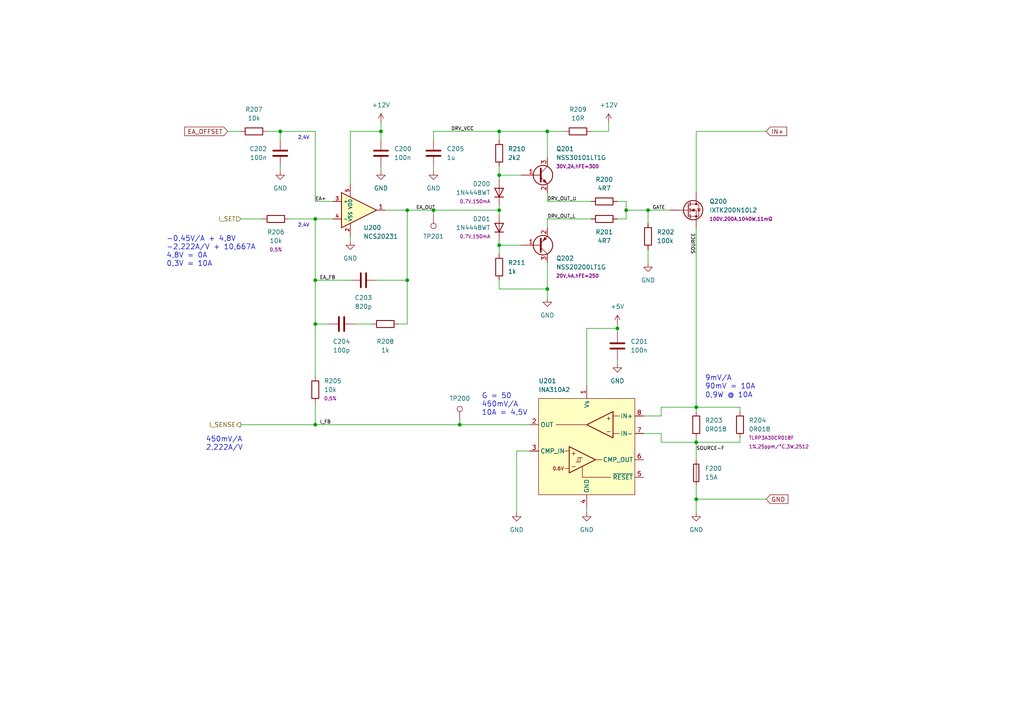
<source format=kicad_sch>
(kicad_sch (version 20231120) (generator "eeschema") (generator_version "8.0")
  (paper "A4")
  (title_block (title "Current Sink 1") (date "01/2024") (company "Martin Kopka"))
  (lib_symbols
    (symbol "Connector:TestPoint" (pin_numbers hide) (pin_names (offset 0.762) hide)
      (property "Reference" "TP" (at 0 6.858 0))
      (property "Value" "TestPoint" (at 0 5.08 0))
      (symbol "TestPoint_0_1"
        (circle (center 0 3.302) (radius 0.762))
      )
      (symbol "TestPoint_1_1"
        (pin passive line (at 0 0 90) (length 2.54) (name "1") (number "1"))
      )
    )
    (symbol "Device:C" (pin_numbers hide) (pin_names (offset 0.254))
      (property "Reference" "C" (at 0.635 2.54 0))
      (property "Value" "C" (at 0.635 -2.54 0))
      (symbol "C_0_1"
        (polyline (pts (xy -2.032 -0.762) (xy 2.032 -0.762)) (stroke (width 0.508)))
        (polyline (pts (xy -2.032 0.762) (xy 2.032 0.762)) (stroke (width 0.508)))
      )
      (symbol "C_1_1"
        (pin passive line (at 0 3.81 270) (length 2.794) (name "~") (number "1"))
        (pin passive line (at 0 -3.81 90) (length 2.794) (name "~") (number "2"))
      )
    )
    (symbol "Device:D" (pin_numbers hide) (pin_names (offset 1.016) hide)
      (property "Reference" "D" (at 0 2.54 0))
      (property "Value" "D" (at 0 -2.54 0))
      (symbol "D_0_1"
        (polyline (pts (xy -1.27 1.27) (xy -1.27 -1.27)) (stroke (width 0.254)))
        (polyline (pts (xy 1.27 0) (xy -1.27 0)))
        (polyline (pts (xy 1.27 1.27) (xy 1.27 -1.27) (xy -1.27 0) (xy 1.27 1.27)) (stroke (width 0.254)))
      )
      (symbol "D_1_1"
        (pin passive line (at -3.81 0 0) (length 2.54) (name "K") (number "1"))
        (pin passive line (at 3.81 0 180) (length 2.54) (name "A") (number "2"))
      )
    )
    (symbol "Device:Fuse" (pin_numbers hide) (pin_names (offset 0))
      (property "Reference" "F" (at 2.032 0 90))
      (property "Value" "Fuse" (at -1.905 0 90))
      (symbol "Fuse_0_1"
        (rectangle (start -0.762 -2.54) (end 0.762 2.54) (stroke (width 0.254)))
        (polyline (pts (xy 0 2.54) (xy 0 -2.54)))
      )
      (symbol "Fuse_1_1"
        (pin passive line (at 0 3.81 270) (length 1.27) (name "~") (number "1"))
        (pin passive line (at 0 -3.81 90) (length 1.27) (name "~") (number "2"))
      )
    )
    (symbol "Device:R" (pin_numbers hide) (pin_names (offset 0))
      (property "Reference" "R" (at 2.032 0 90))
      (property "Value" "R" (at 0 0 90))
      (symbol "R_0_1"
        (rectangle (start -1.016 -2.54) (end 1.016 2.54) (stroke (width 0.254)))
      )
      (symbol "R_1_1"
        (pin passive line (at 0 3.81 270) (length 1.27) (name "~") (number "1"))
        (pin passive line (at 0 -3.81 90) (length 1.27) (name "~") (number "2"))
      )
    )
    (symbol "power:+12V" (power) (pin_names (offset 0))
      (property "Value" "+12V" (at 0 3.556 0))
      (symbol "+12V_0_1"
        (polyline (pts (xy -0.762 1.27) (xy 0 2.54)))
        (polyline (pts (xy 0 0) (xy 0 2.54)))
        (polyline (pts (xy 0 2.54) (xy 0.762 1.27)))
      )
      (symbol "+12V_1_1"
        (pin power_in line (at 0 0 90) (length 0) hide (name "+12V") (number "1"))
      )
    )
    (symbol "power:+5V" (power) (pin_names (offset 0))
      (property "Value" "+5V" (at 0 3.556 0))
      (symbol "+5V_0_1"
        (polyline (pts (xy -0.762 1.27) (xy 0 2.54)))
        (polyline (pts (xy 0 0) (xy 0 2.54)))
        (polyline (pts (xy 0 2.54) (xy 0.762 1.27)))
      )
      (symbol "+5V_1_1"
        (pin power_in line (at 0 0 90) (length 0) hide (name "+5V") (number "1"))
      )
    )
    (symbol "power:GND" (power) (pin_names (offset 0))
      (property "Value" "GND" (at 0 -3.81 0))
      (symbol "GND_0_1"
        (polyline (pts (xy 0 0) (xy 0 -1.27) (xy 1.27 -1.27) (xy 0 -2.54) (xy -1.27 -1.27) (xy 0 -1.27)))
      )
      (symbol "GND_1_1"
        (pin power_in line (at 0 0 270) (length 0) hide (name "GND") (number "1"))
      )
    )
    (symbol "w-analog-ic:INA310xx"
      (property "Reference" "U" (at 13.97 19.05 0))
      (property "Value" "INA310xx" (at 13.97 17.145 0))
      (symbol "INA310xx_0_0"
        (rectangle (start -13.97 15.24) (end 13.97 -12.7) (fill (type background)))
        (polyline (pts (xy 5.08 -5.08) (xy 6.35 -5.08)))
        (polyline (pts (xy -6.985 -7.62) (xy 1.27 -7.62) (xy 1.27 -4.445)))
        (polyline (pts (xy -2.54 -2.54) (xy -4.445 -2.54) (xy -3.81 -2.54)))
        (polyline (pts (xy 0 7.62) (xy 8.89 7.62) (xy 6.35 7.62)))
        (polyline (pts (xy 1.905 -1.905) (xy 1.905 -3.175) (xy 2.54 -3.175)))
        (polyline (pts (xy 1.27 -1.905) (xy 2.54 -1.905) (xy 2.54 -3.175) (xy 3.175 -3.175)))
        (text "+" (at -6.35 9.525 0) (effects (font (size 1.27 1.27))))
        (text "+" (at 3.81 -0.635 0) (effects (font (size 1.27 1.27))))
        (text "-" (at -6.35 5.715 0) (effects (font (size 1.27 1.27))))
        (text "-" (at 3.81 -4.445 0) (effects (font (size 1.27 1.27))))
        (text "0.6V" (at 8.255 -5.08 0) (effects (font (size 1 1))))
      )
      (symbol "INA310xx_0_1"
        (polyline (pts (xy -9.525 5.08) (xy -7.62 5.08)))
        (polyline (pts (xy -9.525 10.16) (xy -7.62 10.16)))
        (polyline (pts (xy 5.08 0) (xy 6.35 0)))
        (polyline (pts (xy -7.62 11.43) (xy 0 7.62) (xy -7.62 3.81) (xy -7.62 11.43)) (stroke (width 0.254)) (fill (type background)))
        (polyline (pts (xy 5.08 1.27) (xy -2.54 -2.54) (xy 5.08 -6.35) (xy 5.08 1.27)) (stroke (width 0.254)) (fill (type background)))
      )
      (symbol "INA310xx_1_1"
        (pin power_in line (at 0 19.05 270) (length 3.81) (name "Vs") (number "1"))
        (pin output line (at 16.51 7.62 180) (length 2.54) (name "OUT") (number "2"))
        (pin input line (at 16.51 0 180) (length 2.54) (name "CMP_IN") (number "3"))
        (pin power_in line (at 0 -16.51 90) (length 3.81) (name "GND") (number "4"))
        (pin input line (at -16.51 -7.62 0) (length 2.54) (name "~{RESET}") (number "5"))
        (pin output line (at -16.51 -2.54 0) (length 2.54) (name "CMP_OUT") (number "6"))
        (pin input line (at -16.51 5.08 0) (length 2.54) (name "IN-") (number "7"))
        (pin input line (at -16.51 10.16 0) (length 2.54) (name "IN+") (number "8"))
      )
    )
    (symbol "w-analog-ic:NCS20231"
      (property "Reference" "U" (at 3.175 -4.445 0))
      (property "Value" "NCS20231" (at 3.175 -6.35 0))
      (symbol "NCS20231_0_1"
        (polyline (pts (xy -2.54 5.08) (xy 7.62 0) (xy -2.54 -5.08) (xy -2.54 5.08)) (stroke (width 0.254)) (fill (type background)))
        (pin power_in line (at 0 -7.62 90) (length 3.81) (name "VSS") (number "2"))
        (pin power_in line (at 0 7.62 270) (length 3.81) (name "VDD") (number "5"))
      )
      (symbol "NCS20231_1_1"
        (pin output line (at 10.16 0 180) (length 2.54) (name "~") (number "1"))
        (pin input line (at -5.08 2.54 0) (length 2.54) (name "+") (number "3"))
        (pin input line (at -5.08 -2.54 0) (length 2.54) (name "-") (number "4"))
      )
    )
    (symbol "w-transistor:BC807-40" (pin_names hide)
      (property "Reference" "Q" (at 3.81 6.35 0))
      (property "Value" "BC807-40" (at 3.81 3.81 0))
      (property "Params" "45V,500mA,300mW" (at 3.81 1.27 0))
      (symbol "BC807-40_0_1"
        (polyline (pts (xy -0.635 0.635) (xy 1.27 2.54)))
        (polyline (pts (xy -0.635 -0.635) (xy 1.27 -2.54) (xy 1.27 -2.54)))
        (polyline (pts (xy -0.635 1.905) (xy -0.635 -1.905) (xy -0.635 -1.905)) (stroke (width 0.508)))
        (polyline (pts (xy 1.016 -1.778) (xy 0.508 -2.286) (xy 0 -1.27) (xy 1.016 -1.778) (xy 1.016 -1.778)) (fill (type outline)))
        (circle (center 0 0) (radius 2.8194) (stroke (width 0.254)))
      )
      (symbol "BC807-40_1_1"
        (pin input line (at -6.35 0 0) (length 5.715) (name "B") (number "1"))
        (pin passive line (at 1.27 -5.08 90) (length 2.54) (name "E") (number "2"))
        (pin passive line (at 1.27 5.08 270) (length 2.54) (name "C") (number "3"))
      )
    )
    (symbol "w-transistor:BC817-40" (pin_names hide)
      (property "Reference" "Q" (at 3.81 6.35 0))
      (property "Value" "BC817-40" (at 3.81 3.81 0))
      (property "Params" "45V,500mA,250mW" (at 3.81 1.27 0))
      (symbol "BC817-40_0_1"
        (polyline (pts (xy -0.635 0.635) (xy 1.27 2.54)))
        (polyline (pts (xy -0.635 -0.635) (xy 1.27 -2.54) (xy 1.27 -2.54)))
        (polyline (pts (xy -0.635 1.905) (xy -0.635 -1.905) (xy -0.635 -1.905)) (stroke (width 0.508)))
        (polyline (pts (xy 0 -1.778) (xy 0.508 -1.27) (xy 1.016 -2.286) (xy 0 -1.778) (xy 0 -1.778)) (fill (type outline)))
        (circle (center 0 0) (radius 2.8194) (stroke (width 0.254)))
      )
      (symbol "BC817-40_1_1"
        (pin input line (at -6.35 0 0) (length 5.715) (name "B") (number "1"))
        (pin passive line (at 1.27 -5.08 90) (length 2.54) (name "E") (number "2"))
        (pin passive line (at 1.27 5.08 270) (length 2.54) (name "C") (number "3"))
      )
    )
    (symbol "w-transistor:IXTK200N10L2" (pin_numbers hide) (pin_names hide)
      (property "Reference" "Q" (at 3.81 6.35 0))
      (property "Value" "IXTK200N10L2" (at 3.81 3.81 0))
      (property "Params" "100V,200A,1040W,11mΩ" (at 3.81 1.27 0))
      (symbol "IXTK200N10L2_0_1"
        (circle (center -0.889 0) (radius 2.794) (stroke (width 0.254)))
        (circle (center 0 -1.778) (radius 0.254) (fill (type outline)))
        (polyline (pts (xy -2.286 0) (xy -5.08 0)))
        (polyline (pts (xy -2.286 1.905) (xy -2.286 -1.905)) (stroke (width 0.254)))
        (polyline (pts (xy -1.778 -1.27) (xy -1.778 -2.286)) (stroke (width 0.254)))
        (polyline (pts (xy -1.778 0.508) (xy -1.778 -0.508)) (stroke (width 0.254)))
        (polyline (pts (xy -1.778 2.286) (xy -1.778 1.27)) (stroke (width 0.254)))
        (polyline (pts (xy 0 2.54) (xy 0 1.778)))
        (polyline (pts (xy 0 -2.54) (xy 0 0) (xy -1.778 0)))
        (polyline (pts (xy -1.778 -1.778) (xy 0.762 -1.778) (xy 0.762 1.778) (xy -1.778 1.778)))
        (polyline (pts (xy -1.524 0) (xy -0.508 0.381) (xy -0.508 -0.381) (xy -1.524 0)) (fill (type outline)))
        (polyline (pts (xy 0.254 0.508) (xy 0.381 0.381) (xy 1.143 0.381) (xy 1.27 0.254)))
        (polyline (pts (xy 0.762 0.381) (xy 0.381 -0.254) (xy 1.143 -0.254) (xy 0.762 0.381)))
        (circle (center 0 1.778) (radius 0.254) (fill (type outline)))
      )
      (symbol "IXTK200N10L2_1_1"
        (pin input line (at -7.62 0 0) (length 2.54) (name "G") (number "1"))
        (pin passive line (at 0 5.08 270) (length 2.54) (name "D") (number "2"))
        (pin passive line (at 0 -5.08 90) (length 2.54) (name "S") (number "3"))
      )
    )
  )
  (junction (at 179.07 95.25))
  (junction (at 144.78 71.12))
  (junction (at 118.11 60.96))
  (junction (at 144.78 60.96))
  (junction (at 118.11 81.28))
  (junction (at 181.61 60.96))
  (junction (at 110.49 38.1))
  (junction (at 91.44 123.19))
  (junction (at 144.78 50.8))
  (junction (at 201.93 144.78))
  (junction (at 133.35 123.19))
  (junction (at 91.44 93.98))
  (junction (at 144.78 38.1))
  (junction (at 91.44 63.5))
  (junction (at 125.73 60.96))
  (junction (at 158.75 83.82))
  (junction (at 81.28 38.1))
  (junction (at 201.93 128.27))
  (junction (at 91.44 81.28))
  (junction (at 201.93 118.11))
  (junction (at 158.75 38.1))
  (junction (at 187.96 60.96))
  (wire (pts (xy 101.6 69.85) (xy 101.6 68.58)))
  (wire (pts (xy 179.07 95.25) (xy 179.07 96.52)))
  (wire (pts (xy 144.78 71.12) (xy 151.13 71.12)))
  (wire (pts (xy 91.44 58.42) (xy 96.52 58.42)))
  (wire (pts (xy 149.86 148.59) (xy 149.86 130.81)))
  (wire (pts (xy 170.18 111.76) (xy 170.18 95.25)))
  (wire (pts (xy 102.87 93.98) (xy 107.95 93.98)))
  (wire (pts (xy 201.93 66.04) (xy 201.93 118.11)))
  (wire (pts (xy 101.6 53.34) (xy 101.6 38.1)))
  (wire (pts (xy 91.44 123.19) (xy 133.35 123.19)))
  (wire (pts (xy 181.61 60.96) (xy 181.61 63.5)))
  (wire (pts (xy 66.04 38.1) (xy 69.85 38.1)))
  (wire (pts (xy 110.49 49.53) (xy 110.49 48.26)))
  (wire (pts (xy 111.76 60.96) (xy 118.11 60.96)))
  (wire (pts (xy 214.63 127) (xy 214.63 128.27)))
  (wire (pts (xy 144.78 40.64) (xy 144.78 38.1)))
  (wire (pts (xy 144.78 50.8) (xy 151.13 50.8)))
  (wire (pts (xy 179.07 105.41) (xy 179.07 104.14)))
  (wire (pts (xy 181.61 60.96) (xy 187.96 60.96)))
  (wire (pts (xy 110.49 35.56) (xy 110.49 38.1)))
  (wire (pts (xy 125.73 60.96) (xy 144.78 60.96)))
  (wire (pts (xy 170.18 95.25) (xy 179.07 95.25)))
  (wire (pts (xy 191.77 120.65) (xy 191.77 118.11)))
  (wire (pts (xy 187.96 60.96) (xy 187.96 64.77)))
  (wire (pts (xy 144.78 71.12) (xy 144.78 73.66)))
  (wire (pts (xy 170.18 147.32) (xy 170.18 148.59)))
  (wire (pts (xy 101.6 81.28) (xy 91.44 81.28)))
  (wire (pts (xy 181.61 58.42) (xy 181.61 60.96)))
  (wire (pts (xy 201.93 128.27) (xy 201.93 133.35)))
  (wire (pts (xy 158.75 83.82) (xy 158.75 86.36)))
  (wire (pts (xy 191.77 125.73) (xy 191.77 128.27)))
  (wire (pts (xy 110.49 38.1) (xy 110.49 40.64)))
  (wire (pts (xy 158.75 76.2) (xy 158.75 83.82)))
  (wire (pts (xy 158.75 55.88) (xy 158.75 58.42)))
  (wire (pts (xy 77.47 38.1) (xy 81.28 38.1)))
  (wire (pts (xy 214.63 119.38) (xy 214.63 118.11)))
  (wire (pts (xy 179.07 63.5) (xy 181.61 63.5)))
  (wire (pts (xy 144.78 69.85) (xy 144.78 71.12)))
  (wire (pts (xy 91.44 93.98) (xy 91.44 109.22)))
  (wire (pts (xy 179.07 93.98) (xy 179.07 95.25)))
  (wire (pts (xy 81.28 38.1) (xy 81.28 40.64)))
  (wire (pts (xy 125.73 38.1) (xy 144.78 38.1)))
  (wire (pts (xy 201.93 118.11) (xy 201.93 119.38)))
  (wire (pts (xy 81.28 49.53) (xy 81.28 48.26)))
  (wire (pts (xy 144.78 38.1) (xy 158.75 38.1)))
  (wire (pts (xy 144.78 60.96) (xy 144.78 62.23)))
  (wire (pts (xy 158.75 66.04) (xy 158.75 63.5)))
  (wire (pts (xy 191.77 118.11) (xy 201.93 118.11)))
  (wire (pts (xy 158.75 63.5) (xy 171.45 63.5)))
  (wire (pts (xy 109.22 81.28) (xy 118.11 81.28)))
  (wire (pts (xy 91.44 38.1) (xy 81.28 38.1)))
  (wire (pts (xy 83.82 63.5) (xy 91.44 63.5)))
  (wire (pts (xy 149.86 130.81) (xy 153.67 130.81)))
  (wire (pts (xy 201.93 144.78) (xy 222.25 144.78)))
  (wire (pts (xy 91.44 38.1) (xy 91.44 58.42)))
  (wire (pts (xy 91.44 93.98) (xy 95.25 93.98)))
  (wire (pts (xy 201.93 140.97) (xy 201.93 144.78)))
  (wire (pts (xy 201.93 127) (xy 201.93 128.27)))
  (wire (pts (xy 125.73 40.64) (xy 125.73 38.1)))
  (wire (pts (xy 144.78 48.26) (xy 144.78 50.8)))
  (wire (pts (xy 125.73 49.53) (xy 125.73 48.26)))
  (wire (pts (xy 118.11 60.96) (xy 125.73 60.96)))
  (wire (pts (xy 186.69 125.73) (xy 191.77 125.73)))
  (wire (pts (xy 133.35 123.19) (xy 153.67 123.19)))
  (wire (pts (xy 91.44 81.28) (xy 91.44 93.98)))
  (wire (pts (xy 158.75 38.1) (xy 158.75 45.72)))
  (wire (pts (xy 158.75 38.1) (xy 163.83 38.1)))
  (wire (pts (xy 69.85 63.5) (xy 76.2 63.5)))
  (wire (pts (xy 214.63 118.11) (xy 201.93 118.11)))
  (wire (pts (xy 144.78 83.82) (xy 158.75 83.82)))
  (wire (pts (xy 201.93 38.1) (xy 201.93 55.88)))
  (wire (pts (xy 118.11 93.98) (xy 118.11 81.28)))
  (wire (pts (xy 125.73 60.96) (xy 125.73 62.23)))
  (wire (pts (xy 179.07 58.42) (xy 181.61 58.42)))
  (wire (pts (xy 176.53 38.1) (xy 176.53 35.56)))
  (wire (pts (xy 144.78 81.28) (xy 144.78 83.82)))
  (wire (pts (xy 201.93 144.78) (xy 201.93 148.59)))
  (wire (pts (xy 115.57 93.98) (xy 118.11 93.98)))
  (wire (pts (xy 187.96 60.96) (xy 194.31 60.96)))
  (wire (pts (xy 187.96 72.39) (xy 187.96 76.2)))
  (wire (pts (xy 144.78 59.69) (xy 144.78 60.96)))
  (wire (pts (xy 91.44 81.28) (xy 91.44 63.5)))
  (wire (pts (xy 91.44 63.5) (xy 96.52 63.5)))
  (wire (pts (xy 91.44 116.84) (xy 91.44 123.19)))
  (wire (pts (xy 158.75 58.42) (xy 171.45 58.42)))
  (wire (pts (xy 118.11 81.28) (xy 118.11 60.96)))
  (wire (pts (xy 191.77 128.27) (xy 201.93 128.27)))
  (wire (pts (xy 101.6 38.1) (xy 110.49 38.1)))
  (wire (pts (xy 171.45 38.1) (xy 176.53 38.1)))
  (wire (pts (xy 133.35 121.92) (xy 133.35 123.19)))
  (wire (pts (xy 144.78 52.07) (xy 144.78 50.8)))
  (wire (pts (xy 69.85 123.19) (xy 91.44 123.19)))
  (wire (pts (xy 222.25 38.1) (xy 201.93 38.1)))
  (wire (pts (xy 186.69 120.65) (xy 191.77 120.65)))
  (wire (pts (xy 214.63 128.27) (xy 201.93 128.27)))
  (text "0,9W @ 10A" (at 204.47 115.57 0) (effects (font (size 1.5 1.5)) (justify left bottom)))
  (text "-0,45V/A + 4,8V\n-2,222A/V + 10,667A\n4,8V = 0A\n0,3V = 10A" (at 48.26 77.47 0) (effects (font (size 1.5 1.5)) (justify left bottom)))
  (text "2,4V" (at 86.36 66.04 0) (effects (font (size 1 1)) (justify left bottom)))
  (text "450mV/A\n2,222A/V" (at 59.69 130.81 0) (effects (font (size 1.5 1.5)) (justify left bottom)))
  (text "2,4V" (at 86.36 40.64 0) (effects (font (size 1 1)) (justify left bottom)))
  (text "9mV/A\n90mV = 10A" (at 204.47 113.03 0) (effects (font (size 1.5 1.5)) (justify left bottom)))
  (text "G = 50\n450mV/A\n10A = 4,5V\n" (at 139.7 120.65 0) (effects (font (size 1.5 1.5)) (justify left bottom)))
  (label "SOURCE" (at 201.93 73.66 90) (effects (font (size 1 1))))
  (label "SOURCE-F" (at 201.93 130.81 0) (effects (font (size 1 1))))
  (label "EA_FB" (at 92.71 81.28 0) (effects (font (size 1 1))))
  (label "EA_OUT" (at 120.65 60.96 0) (effects (font (size 1 1))))
  (label "EA+" (at 91.44 58.42 0) (effects (font (size 1 1))))
  (label "I_FB" (at 92.71 123.19 0) (effects (font (size 1 1))))
  (label "GATE" (at 189.23 60.96 0) (effects (font (size 1 1))))
  (label "DRV_OUT_L" (at 158.75 63.5 0) (effects (font (size 1 1))))
  (label "DRV_VCC" (at 130.81 38.1 0) (effects (font (size 1 1))))
  (label "DRV_OUT_U" (at 158.75 58.42 0) (effects (font (size 1 1))))
  (global_label "IN+" (shape input) (at 222.25 38.1 0) (property "Intersheetrefs" "${INTERSHEET_REFS}" (effects (hide yes))))
  (global_label "EA_OFFSET" (shape input) (at 66.04 38.1 180) (property "Intersheetrefs" "${INTERSHEET_REFS}" (effects (hide yes))))
  (global_label "GND" (shape input) (at 222.25 144.78 0) (property "Intersheetrefs" "${INTERSHEET_REFS}" (effects (hide yes))))
  (hierarchical_label "I_SENSE" (shape output) (at 69.85 123.19 180))
  (hierarchical_label "I_SET" (shape input) (at 69.85 63.5 180))
  (symbol (lib_id "Device:R") (at 214.63 123.19 0) (unit 1)
    (property "Reference" "R204" (at 217.17 121.9199 0) (effects (justify left)))
    (property "Value" "0R018" (at 217.17 124.4599 0) (effects (justify left)))
    (property "Footprint" "Resistor_SMD:R_2512_6332Metric" (effects (hide yes)))
    (property "Datasheet" "https://cz.mouser.com/datasheet/2/418/8/ENG_DS_1773449_4_C-2492014.pdf" (effects (hide yes)))
    (property "Name" "TLRP3A30CR018F" (at 217.17 127 0) (effects (font (size 1 1)) (justify left)))
    (property "Params" "1%,25ppm/°C,3W,2512" (at 217.17 129.54 0) (effects (font (size 1 1)) (justify left)))
  )
  (symbol (lib_id "Device:C") (at 99.06 93.98 90) (unit 1)
    (property "Reference" "C204" (at 99.06 99.06 90))
    (property "Value" "100p" (at 99.06 101.6 90))
    (property "Footprint" "Capacitor_SMD:C_0603_1608Metric" (effects (hide yes)))
  )
  (symbol (lib_id "Device:R") (at 175.26 58.42 90) (unit 1)
    (property "Reference" "R200" (at 175.26 52.07 90))
    (property "Value" "4R7" (at 175.26 54.61 90))
    (property "Footprint" "Resistor_SMD:R_0603_1608Metric" (effects (hide yes)))
  )
  (symbol (lib_id "w-analog-ic:INA310xx") (at 170.18 130.81 0) (mirror y) (unit 1)
    (property "Reference" "U201" (at 156.21 110.49 0) (effects (justify right)))
    (property "Value" "INA310A2" (at 156.21 113.03 0) (effects (justify right)))
    (property "Footprint" "w-ic:VSSOP-8_3x3mm_P0.65mm" (effects (hide yes)))
    (property "Datasheet" "https://www.ti.com/lit/ds/symlink/ina310b.pdf?ts=1702913010943&ref_url=https%253A%252F%252Fwww.ti.com%252Famplifier-circuit%252Fcurrent-sense%252Fanalog-output%252Fproducts.html" (effects (hide yes)))
  )
  (symbol (lib_id "Device:C") (at 125.73 44.45 180) (unit 1)
    (property "Reference" "C205" (at 129.54 43.18 0) (effects (justify right)))
    (property "Value" "1u" (at 129.54 45.72 0) (effects (justify right)))
    (property "Footprint" "Capacitor_SMD:C_0603_1608Metric" (effects (hide yes)))
  )
  (symbol (lib_id "w-transistor:IXTK200N10L2") (at 201.93 60.96 0) (unit 1)
    (property "Reference" "Q200" (at 205.74 58.42 0) (effects (justify left)))
    (property "Value" "IXTK200N10L2" (at 205.74 60.96 0) (effects (justify left)))
    (property "Footprint" "w-transistor:TO264" (effects (hide yes)))
    (property "Datasheet" "https://cz.mouser.com/datasheet/2/240/media-3321201.pdf" (effects (hide yes)))
    (property "Params" "100V,200A,1040W,11mΩ" (at 205.74 63.5001 0) (effects (font (size 1 1)) (justify left)))
  )
  (symbol (lib_id "Connector:TestPoint") (at 125.73 62.23 180) (unit 1) (in_bom no)
    (property "Reference" "TP201" (at 125.73 68.58 0))
    (property "Value" "TestPoint" (effects (hide yes)))
    (property "Footprint" "TestPoint:TestPoint_Pad_D1.0mm" (effects (hide yes)))
  )
  (symbol (lib_id "power:GND") (at 187.96 76.2 0) (unit 1)
    (property "Reference" "#PWR0106" (effects (hide yes)))
    (property "Value" "GND" (at 187.96 81.28 0))
  )
  (symbol (lib_id "Device:R") (at 144.78 77.47 180) (unit 1)
    (property "Reference" "R211" (at 147.32 76.1999 0) (effects (justify right)))
    (property "Value" "1k" (at 147.32 78.7399 0) (effects (justify right)))
    (property "Footprint" "Resistor_SMD:R_0603_1608Metric" (effects (hide yes)))
  )
  (symbol (lib_id "power:+5V") (at 179.07 93.98 0) (unit 1)
    (property "Reference" "#PWR0107" (effects (hide yes)))
    (property "Value" "+5V" (at 179.07 88.9 0))
  )
  (symbol (lib_id "w-transistor:BC817-40") (at 157.48 50.8 0) (unit 1)
    (property "Reference" "Q201" (at 161.29 43.18 0) (effects (justify left)))
    (property "Value" "NSS30101LT1G" (at 161.29 45.72 0) (effects (justify left)))
    (property "Footprint" "w-ic:SOT-23" (effects (hide yes)))
    (property "Datasheet" "https://cz.mouser.com/datasheet/2/308/1/NSS30101LT1G_D-2318287.pdf" (effects (hide yes)))
    (property "Params" "30V,2A,hFE=300" (at 161.29 48.2601 0) (effects (font (size 1 1)) (justify left)))
  )
  (symbol (lib_id "Device:R") (at 91.44 113.03 180) (unit 1)
    (property "Reference" "R205" (at 93.98 110.49 0) (effects (justify right)))
    (property "Value" "10k" (at 93.98 113.03 0) (effects (justify right)))
    (property "Footprint" "Resistor_SMD:R_0603_1608Metric" (effects (hide yes)))
    (property "Tolerance" "0,5%" (at 93.98 115.57 0) (effects (font (size 1 1)) (justify right)))
  )
  (symbol (lib_id "Device:D") (at 144.78 66.04 90) (unit 1)
    (property "Reference" "D201" (at 142.24 63.5 90) (effects (justify left)))
    (property "Value" "1N4448WT" (at 142.24 66.04 90) (effects (justify left)))
    (property "Footprint" "w-diode:SOD-523" (effects (hide yes)))
    (property "Datasheet" "https://cz.mouser.com/datasheet/2/308/1N914BWT_D-2309108.pdf" (effects (hide yes)))
    (property "Params" "0,7V,150mA" (at 142.24 68.58 90) (effects (font (size 1 1)) (justify left)))
  )
  (symbol (lib_id "power:GND") (at 110.49 49.53 0) (unit 1)
    (property "Reference" "#PWR0104" (effects (hide yes)))
    (property "Value" "GND" (at 110.49 54.61 0))
  )
  (symbol (lib_id "power:GND") (at 101.6 69.85 0) (unit 1)
    (property "Reference" "#PWR0105" (effects (hide yes)))
    (property "Value" "GND" (at 101.6 74.93 0))
  )
  (symbol (lib_id "power:GND") (at 201.93 148.59 0) (unit 1)
    (property "Reference" "#PWR0149" (effects (hide yes)))
    (property "Value" "GND" (at 201.93 153.67 0))
  )
  (symbol (lib_id "w-analog-ic:NCS20231") (at 101.6 60.96 0) (unit 1)
    (property "Reference" "U200" (at 105.41 66.04 0) (effects (justify left)))
    (property "Value" "NCS20231" (at 105.41 68.58 0) (effects (justify left)))
    (property "Footprint" "w-ic:SOT-23-5L" (effects (hide yes)))
    (property "Datasheet" "https://www.onsemi.com/download/data-sheet/pdf/ncs20231-d.pdf" (effects (hide yes)))
  )
  (symbol (lib_id "power:+12V") (at 110.49 35.56 0) (unit 1)
    (property "Reference" "#PWR0103" (effects (hide yes)))
    (property "Value" "+12V" (at 110.49 30.48 0))
  )
  (symbol (lib_id "Device:R") (at 144.78 44.45 180) (unit 1)
    (property "Reference" "R210" (at 147.32 43.1799 0) (effects (justify right)))
    (property "Value" "2k2" (at 147.32 45.7199 0) (effects (justify right)))
    (property "Footprint" "Resistor_SMD:R_0603_1608Metric" (effects (hide yes)))
  )
  (symbol (lib_id "Device:C") (at 179.07 100.33 180) (unit 1)
    (property "Reference" "C201" (at 182.88 99.0599 0) (effects (justify right)))
    (property "Value" "100n" (at 182.88 101.5999 0) (effects (justify right)))
    (property "Footprint" "Capacitor_SMD:C_0603_1608Metric" (effects (hide yes)))
  )
  (symbol (lib_id "power:GND") (at 125.73 49.53 0) (unit 1)
    (property "Reference" "#PWR0102" (effects (hide yes)))
    (property "Value" "GND" (at 125.73 54.61 0))
  )
  (symbol (lib_id "Device:R") (at 111.76 93.98 90) (unit 1)
    (property "Reference" "R208" (at 111.76 99.06 90))
    (property "Value" "1k" (at 111.76 101.6 90))
    (property "Footprint" "Resistor_SMD:R_0603_1608Metric" (effects (hide yes)))
  )
  (symbol (lib_id "Device:R") (at 187.96 68.58 180) (unit 1)
    (property "Reference" "R202" (at 190.5 67.3099 0) (effects (justify right)))
    (property "Value" "100k" (at 190.5 69.8499 0) (effects (justify right)))
    (property "Footprint" "Resistor_SMD:R_0603_1608Metric" (effects (hide yes)))
  )
  (symbol (lib_id "Device:C") (at 105.41 81.28 90) (unit 1)
    (property "Reference" "C203" (at 105.41 86.36 90))
    (property "Value" "820p" (at 105.41 88.9 90))
    (property "Footprint" "Capacitor_SMD:C_0603_1608Metric" (effects (hide yes)))
  )
  (symbol (lib_id "Device:C") (at 110.49 44.45 180) (unit 1)
    (property "Reference" "C200" (at 114.3 43.1799 0) (effects (justify right)))
    (property "Value" "100n" (at 114.3 45.7199 0) (effects (justify right)))
    (property "Footprint" "Capacitor_SMD:C_0603_1608Metric" (effects (hide yes)))
  )
  (symbol (lib_id "power:GND") (at 158.75 86.36 0) (unit 1)
    (property "Reference" "#PWR0111" (effects (hide yes)))
    (property "Value" "GND" (at 158.75 91.44 0))
  )
  (symbol (lib_id "Device:R") (at 201.93 123.19 0) (unit 1)
    (property "Reference" "R203" (at 204.47 121.9199 0) (effects (justify left)))
    (property "Value" "0R018" (at 204.47 124.4599 0) (effects (justify left)))
    (property "Footprint" "Resistor_SMD:R_2512_6332Metric" (effects (hide yes)))
    (property "Datasheet" "https://cz.mouser.com/datasheet/2/418/8/ENG_DS_1773449_4_C-2492014.pdf" (effects (hide yes)))
  )
  (symbol (lib_id "Device:Fuse") (at 201.93 137.16 0) (unit 1)
    (property "Reference" "F200" (at 204.47 135.8899 0) (effects (justify left)))
    (property "Value" "15A" (at 204.47 138.4299 0) (effects (justify left)))
    (property "Footprint" "w-fuse:2410" (effects (hide yes)))
    (property "Datasheet" "https://cz.mouser.com/datasheet/2/643/ds_cp_0679l_series-1291227.pdf" (effects (hide yes)))
  )
  (symbol (lib_id "power:GND") (at 170.18 148.59 0) (unit 1)
    (property "Reference" "#PWR0109" (effects (hide yes)))
    (property "Value" "GND" (at 170.18 153.67 0))
  )
  (symbol (lib_id "power:GND") (at 179.07 105.41 0) (unit 1)
    (property "Reference" "#PWR0108" (effects (hide yes)))
    (property "Value" "GND" (at 179.07 110.49 0))
  )
  (symbol (lib_id "Device:R") (at 80.01 63.5 270) (unit 1)
    (property "Reference" "R206" (at 80.01 67.31 90))
    (property "Value" "10k" (at 80.01 69.85 90))
    (property "Footprint" "Resistor_SMD:R_0603_1608Metric" (effects (hide yes)))
    (property "Tolerance" "0,5%" (at 80.01 72.39 90) (effects (font (size 1 1))))
  )
  (symbol (lib_id "Connector:TestPoint") (at 133.35 121.92 0) (unit 1) (in_bom no)
    (property "Reference" "TP200" (at 133.35 115.57 0))
    (property "Value" "TestPoint" (effects (hide yes)))
    (property "Footprint" "TestPoint:TestPoint_Pad_D1.0mm" (effects (hide yes)))
  )
  (symbol (lib_id "Device:D") (at 144.78 55.88 90) (unit 1)
    (property "Reference" "D200" (at 142.24 53.34 90) (effects (justify left)))
    (property "Value" "1N4448WT" (at 142.24 55.88 90) (effects (justify left)))
    (property "Footprint" "w-diode:SOD-523" (effects (hide yes)))
    (property "Datasheet" "https://cz.mouser.com/datasheet/2/308/1N914BWT_D-2309108.pdf" (effects (hide yes)))
    (property "Params" "0,7V,150mA" (at 142.24 58.42 90) (effects (font (size 1 1)) (justify left)))
  )
  (symbol (lib_id "w-transistor:BC807-40") (at 157.48 71.12 0) (mirror x) (unit 1)
    (property "Reference" "Q202" (at 161.29 74.93 0) (effects (justify left)))
    (property "Value" "NSS20200LT1G" (at 161.29 77.47 0) (effects (justify left)))
    (property "Footprint" "w-ic:SOT-23" (effects (hide yes)))
    (property "Datasheet" "https://www.onsemi.com/pdf/datasheet/nss20200l-d.pdf" (effects (hide yes)))
    (property "Params" "20V,4A,hFE=250" (at 161.29 80.0101 0) (effects (font (size 1 1)) (justify left)))
  )
  (symbol (lib_id "Device:R") (at 167.64 38.1 90) (unit 1)
    (property "Reference" "R209" (at 167.64 31.75 90))
    (property "Value" "10R" (at 167.64 34.29 90))
    (property "Footprint" "Resistor_SMD:R_0603_1608Metric" (effects (hide yes)))
  )
  (symbol (lib_id "Device:R") (at 73.66 38.1 270) (unit 1)
    (property "Reference" "R207" (at 73.66 31.75 90))
    (property "Value" "10k" (at 73.66 34.29 90))
    (property "Footprint" "Resistor_SMD:R_0603_1608Metric" (effects (hide yes)))
  )
  (symbol (lib_id "Device:R") (at 175.26 63.5 90) (unit 1)
    (property "Reference" "R201" (at 175.26 67.31 90))
    (property "Value" "4R7" (at 175.26 69.85 90))
    (property "Footprint" "Resistor_SMD:R_0603_1608Metric" (effects (hide yes)))
  )
  (symbol (lib_id "power:+12V") (at 176.53 35.56 0) (unit 1)
    (property "Reference" "#PWR0101" (effects (hide yes)))
    (property "Value" "+12V" (at 176.53 30.48 0))
  )
  (symbol (lib_id "Device:C") (at 81.28 44.45 180) (unit 1)
    (property "Reference" "C202" (at 77.47 43.18 0) (effects (justify left)))
    (property "Value" "100n" (at 77.47 45.72 0) (effects (justify left)))
    (property "Footprint" "Capacitor_SMD:C_0603_1608Metric" (effects (hide yes)))
  )
  (symbol (lib_id "power:GND") (at 81.28 49.53 0) (unit 1)
    (property "Reference" "#PWR0115" (effects (hide yes)))
    (property "Value" "GND" (at 81.28 54.61 0))
  )
  (symbol (lib_id "power:GND") (at 149.86 148.59 0) (unit 1)
    (property "Reference" "#PWR0110" (effects (hide yes)))
    (property "Value" "GND" (at 149.86 153.67 0))
  )
)
</source>
